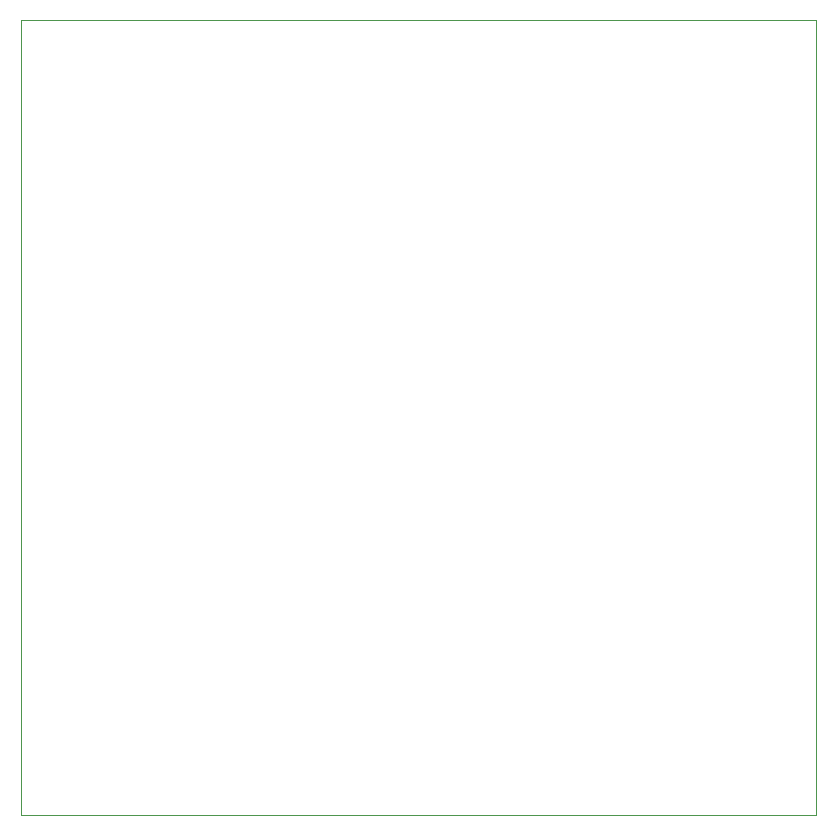
<source format=gbr>
%TF.GenerationSoftware,KiCad,Pcbnew,(6.0.9)*%
%TF.CreationDate,2022-12-16T13:04:42-05:00*%
%TF.ProjectId,Perris_Breakout,50657272-6973-45f4-9272-65616b6f7574,rev?*%
%TF.SameCoordinates,Original*%
%TF.FileFunction,Profile,NP*%
%FSLAX46Y46*%
G04 Gerber Fmt 4.6, Leading zero omitted, Abs format (unit mm)*
G04 Created by KiCad (PCBNEW (6.0.9)) date 2022-12-16 13:04:42*
%MOMM*%
%LPD*%
G01*
G04 APERTURE LIST*
%TA.AperFunction,Profile*%
%ADD10C,0.100000*%
%TD*%
G04 APERTURE END LIST*
D10*
X86639400Y-105283000D02*
X153949400Y-105283000D01*
X153949400Y-105283000D02*
X153949400Y-38023800D01*
X153949400Y-38023800D02*
X86639400Y-38023800D01*
X86639400Y-38023800D02*
X86639400Y-105283000D01*
M02*

</source>
